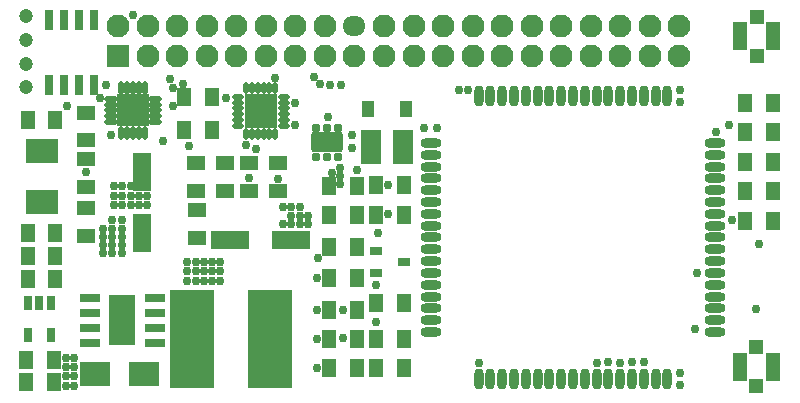
<source format=gts>
G04 Layer_Color=8388736*
%FSLAX43Y43*%
%MOMM*%
G71*
G01*
G75*
%ADD59R,2.803X2.903*%
%ADD60O,1.003X0.453*%
%ADD61O,0.453X1.003*%
%ADD62R,2.703X2.703*%
%ADD63O,1.153X0.503*%
%ADD64O,0.503X1.153*%
%ADD65R,2.203X4.203*%
%ADD66R,1.653X0.803*%
%ADD67R,1.113X1.423*%
%ADD68R,0.803X1.653*%
%ADD69R,2.803X2.103*%
%ADD70R,0.803X1.153*%
%ADD71R,1.253X1.503*%
%ADD72R,1.103X0.803*%
G04:AMPARAMS|DCode=73|XSize=0.703mm|YSize=0.653mm|CornerRadius=0.147mm|HoleSize=0mm|Usage=FLASHONLY|Rotation=270.000|XOffset=0mm|YOffset=0mm|HoleType=Round|Shape=RoundedRectangle|*
%AMROUNDEDRECTD73*
21,1,0.703,0.360,0,0,270.0*
21,1,0.410,0.653,0,0,270.0*
1,1,0.293,-0.180,-0.205*
1,1,0.293,-0.180,0.205*
1,1,0.293,0.180,0.205*
1,1,0.293,0.180,-0.205*
%
%ADD73ROUNDEDRECTD73*%
G04:AMPARAMS|DCode=74|XSize=1.703mm|YSize=2.703mm|CornerRadius=0.252mm|HoleSize=0mm|Usage=FLASHONLY|Rotation=270.000|XOffset=0mm|YOffset=0mm|HoleType=Round|Shape=RoundedRectangle|*
%AMROUNDEDRECTD74*
21,1,1.703,2.200,0,0,270.0*
21,1,1.200,2.703,0,0,270.0*
1,1,0.503,-1.100,-0.600*
1,1,0.503,-1.100,0.600*
1,1,0.503,1.100,0.600*
1,1,0.503,1.100,-0.600*
%
%ADD74ROUNDEDRECTD74*%
%ADD75R,3.803X8.403*%
%ADD76R,2.603X2.003*%
%ADD77R,1.503X1.253*%
%ADD78R,1.653X2.903*%
%ADD79R,3.203X1.503*%
%ADD80R,1.253X2.403*%
%ADD81R,1.203X1.203*%
%ADD82O,0.803X1.803*%
%ADD83O,1.803X0.803*%
%ADD84R,1.503X3.203*%
%ADD85C,1.203*%
%ADD86C,1.953*%
%ADD87O,1.953X1.703*%
%ADD88R,1.953X1.953*%
%ADD89C,0.753*%
D59*
X20800Y24025D02*
D03*
D60*
X18850Y22775D02*
D03*
Y23275D02*
D03*
Y23775D02*
D03*
Y24275D02*
D03*
Y24775D02*
D03*
Y25275D02*
D03*
X22750D02*
D03*
Y24775D02*
D03*
Y24275D02*
D03*
Y23775D02*
D03*
Y23275D02*
D03*
Y22775D02*
D03*
D61*
X19550Y25975D02*
D03*
X20050D02*
D03*
X20550D02*
D03*
X21050D02*
D03*
X21550D02*
D03*
X22050D02*
D03*
Y22075D02*
D03*
X21550D02*
D03*
X21050D02*
D03*
X20550D02*
D03*
X20050D02*
D03*
X19550D02*
D03*
D62*
X10000Y24100D02*
D03*
D63*
X8100Y23100D02*
D03*
Y23600D02*
D03*
Y24100D02*
D03*
Y24600D02*
D03*
Y25100D02*
D03*
X11900D02*
D03*
Y24600D02*
D03*
Y24100D02*
D03*
Y23600D02*
D03*
Y23100D02*
D03*
D64*
X9000Y26000D02*
D03*
X9500D02*
D03*
X10000D02*
D03*
X10500D02*
D03*
X11000D02*
D03*
Y22200D02*
D03*
X10500D02*
D03*
X10000D02*
D03*
X9500D02*
D03*
X9000D02*
D03*
D65*
X9100Y6345D02*
D03*
D66*
X11825Y4440D02*
D03*
Y5710D02*
D03*
Y6980D02*
D03*
Y8250D02*
D03*
X6375Y4440D02*
D03*
Y5710D02*
D03*
Y6980D02*
D03*
Y8250D02*
D03*
D67*
X29862Y24250D02*
D03*
X33138D02*
D03*
D68*
X2845Y26275D02*
D03*
X4115D02*
D03*
X5385D02*
D03*
X6655D02*
D03*
X2845Y31725D02*
D03*
X4115D02*
D03*
X5385D02*
D03*
X6655D02*
D03*
D69*
X2250Y20650D02*
D03*
Y16350D02*
D03*
D70*
X3025Y5075D02*
D03*
X1125D02*
D03*
Y7825D02*
D03*
X2075D02*
D03*
X3025D02*
D03*
D71*
X26576Y7225D02*
D03*
X28925D02*
D03*
X26576Y4725D02*
D03*
X28925D02*
D03*
X32924Y2275D02*
D03*
X30575D02*
D03*
X32924Y4775D02*
D03*
X30575D02*
D03*
X32924Y7775D02*
D03*
X30575D02*
D03*
X26576Y12550D02*
D03*
X28925D02*
D03*
X64174Y24775D02*
D03*
X61825D02*
D03*
X64174Y17275D02*
D03*
X61825D02*
D03*
X26576Y15225D02*
D03*
X28925D02*
D03*
X3424Y9825D02*
D03*
X1075D02*
D03*
X1076Y13750D02*
D03*
X3425D02*
D03*
X3424Y23275D02*
D03*
X1075D02*
D03*
X16699Y25225D02*
D03*
X14350D02*
D03*
X16674Y22475D02*
D03*
X14325D02*
D03*
X61825Y22275D02*
D03*
X64174D02*
D03*
X61825Y19775D02*
D03*
X64174D02*
D03*
X28924Y2275D02*
D03*
X26575D02*
D03*
X64174Y14775D02*
D03*
X61825D02*
D03*
X26576Y17725D02*
D03*
X28925D02*
D03*
X26576Y9925D02*
D03*
X28925D02*
D03*
X32924Y15275D02*
D03*
X30575D02*
D03*
X32924Y17775D02*
D03*
X30575D02*
D03*
X976Y1075D02*
D03*
X3325D02*
D03*
X976Y2975D02*
D03*
X3325D02*
D03*
X3424Y11800D02*
D03*
X1075D02*
D03*
D72*
X32900Y11250D02*
D03*
X30600Y10300D02*
D03*
Y12200D02*
D03*
D73*
X25475Y22625D02*
D03*
X26425D02*
D03*
X27350D02*
D03*
X25475Y20175D02*
D03*
X26425D02*
D03*
X27350D02*
D03*
D74*
X26425Y21400D02*
D03*
D75*
X21575Y4775D02*
D03*
X14975D02*
D03*
D76*
X6800Y1800D02*
D03*
X10900D02*
D03*
D77*
X6025Y21576D02*
D03*
Y23925D02*
D03*
Y17651D02*
D03*
Y20000D02*
D03*
X15375Y13301D02*
D03*
Y15650D02*
D03*
X6025Y15849D02*
D03*
Y13500D02*
D03*
X15350Y17301D02*
D03*
Y19650D02*
D03*
X17800Y19649D02*
D03*
Y17300D02*
D03*
X19800Y17301D02*
D03*
Y19650D02*
D03*
X22300Y17301D02*
D03*
Y19650D02*
D03*
D78*
X32825Y21000D02*
D03*
X30175D02*
D03*
D79*
X23400Y13100D02*
D03*
X18200D02*
D03*
D80*
X61375Y30400D02*
D03*
X64225D02*
D03*
X64200Y2400D02*
D03*
X61350D02*
D03*
D81*
X62800Y32050D02*
D03*
Y28750D02*
D03*
X62775Y750D02*
D03*
Y4050D02*
D03*
D82*
X39250Y25350D02*
D03*
X40250D02*
D03*
X41250D02*
D03*
X42250D02*
D03*
X43250D02*
D03*
X44250D02*
D03*
X45250D02*
D03*
X46250D02*
D03*
X47250D02*
D03*
X48250D02*
D03*
X49250D02*
D03*
X50250D02*
D03*
X51250D02*
D03*
X52250D02*
D03*
X53250D02*
D03*
X54250D02*
D03*
X55250D02*
D03*
Y1350D02*
D03*
X54250D02*
D03*
X53250D02*
D03*
X52250D02*
D03*
X51250D02*
D03*
X50250D02*
D03*
X49250D02*
D03*
X48250D02*
D03*
X47250D02*
D03*
X46250D02*
D03*
X45250D02*
D03*
X44250D02*
D03*
X43250D02*
D03*
X42250D02*
D03*
X41250D02*
D03*
X40250D02*
D03*
X39250D02*
D03*
D83*
X59250Y21350D02*
D03*
Y20350D02*
D03*
Y19350D02*
D03*
Y18350D02*
D03*
Y17350D02*
D03*
Y16350D02*
D03*
Y15350D02*
D03*
Y14350D02*
D03*
Y13350D02*
D03*
Y12350D02*
D03*
Y11350D02*
D03*
Y10350D02*
D03*
Y9350D02*
D03*
Y8350D02*
D03*
Y7350D02*
D03*
Y6350D02*
D03*
Y5350D02*
D03*
X35250D02*
D03*
Y6350D02*
D03*
Y7350D02*
D03*
Y8350D02*
D03*
Y9350D02*
D03*
Y10350D02*
D03*
Y11350D02*
D03*
Y12350D02*
D03*
Y13350D02*
D03*
Y14350D02*
D03*
Y15350D02*
D03*
Y16350D02*
D03*
Y17350D02*
D03*
Y18350D02*
D03*
Y19350D02*
D03*
Y20350D02*
D03*
Y21350D02*
D03*
D84*
X10725Y13725D02*
D03*
Y18925D02*
D03*
D85*
X975Y32075D02*
D03*
Y30075D02*
D03*
Y28075D02*
D03*
Y26075D02*
D03*
D86*
X56250Y31250D02*
D03*
Y28750D02*
D03*
X53750Y31250D02*
D03*
Y28750D02*
D03*
X51250Y31250D02*
D03*
Y28750D02*
D03*
X48750Y31250D02*
D03*
Y28750D02*
D03*
X46250Y31250D02*
D03*
Y28750D02*
D03*
X43750Y31250D02*
D03*
Y28750D02*
D03*
X41250Y31250D02*
D03*
Y28750D02*
D03*
X38750Y31250D02*
D03*
Y28750D02*
D03*
X36250Y31250D02*
D03*
Y28750D02*
D03*
X33750Y31250D02*
D03*
Y28750D02*
D03*
X31250Y31250D02*
D03*
Y28750D02*
D03*
X28750D02*
D03*
X26250Y31250D02*
D03*
Y28750D02*
D03*
X23750Y31250D02*
D03*
Y28750D02*
D03*
X21250Y31250D02*
D03*
Y28750D02*
D03*
X18750Y31250D02*
D03*
Y28750D02*
D03*
X16250Y31250D02*
D03*
Y28750D02*
D03*
X13750Y31250D02*
D03*
Y28750D02*
D03*
X11250Y31250D02*
D03*
Y28750D02*
D03*
X8750Y31250D02*
D03*
D87*
X28750D02*
D03*
D88*
X8750Y28750D02*
D03*
D89*
X12500Y21500D02*
D03*
X9025Y12000D02*
D03*
Y12700D02*
D03*
Y13400D02*
D03*
Y14100D02*
D03*
X8225D02*
D03*
Y13400D02*
D03*
Y12700D02*
D03*
Y12000D02*
D03*
X7425D02*
D03*
Y12700D02*
D03*
Y13400D02*
D03*
Y14100D02*
D03*
X11200Y17700D02*
D03*
Y16900D02*
D03*
X10500Y16100D02*
D03*
X11200D02*
D03*
X9800D02*
D03*
X10500Y16900D02*
D03*
Y17700D02*
D03*
X9800D02*
D03*
X4400Y24475D02*
D03*
X9025Y14800D02*
D03*
X8225D02*
D03*
X17400Y11300D02*
D03*
X16700D02*
D03*
X16000D02*
D03*
X15300D02*
D03*
X14600D02*
D03*
Y10500D02*
D03*
X15300D02*
D03*
X16000D02*
D03*
X16700D02*
D03*
X17400D02*
D03*
Y9700D02*
D03*
X16700D02*
D03*
X16000D02*
D03*
X15300D02*
D03*
X14600D02*
D03*
X10000Y32200D02*
D03*
X13100Y26800D02*
D03*
X9100Y17700D02*
D03*
X8400D02*
D03*
Y16900D02*
D03*
X9100D02*
D03*
X9800D02*
D03*
X9100Y16100D02*
D03*
X8400D02*
D03*
X22700Y14500D02*
D03*
X23400D02*
D03*
X24100D02*
D03*
X24800D02*
D03*
Y15200D02*
D03*
X24100D02*
D03*
X23400D02*
D03*
X22700Y15900D02*
D03*
X23400D02*
D03*
X24100D02*
D03*
X4350Y800D02*
D03*
X26875Y18800D02*
D03*
X27550Y19250D02*
D03*
Y18575D02*
D03*
Y17850D02*
D03*
X5000Y3125D02*
D03*
Y2350D02*
D03*
Y1600D02*
D03*
Y800D02*
D03*
X34600Y22600D02*
D03*
X35700D02*
D03*
X27800Y7200D02*
D03*
Y4800D02*
D03*
X30600Y6200D02*
D03*
X51250Y2750D02*
D03*
X52250Y2775D02*
D03*
X53250D02*
D03*
X50250D02*
D03*
X63025Y12825D02*
D03*
X25600Y2275D02*
D03*
X25601Y4725D02*
D03*
Y7225D02*
D03*
X25601Y9925D02*
D03*
X31600Y15325D02*
D03*
X31625Y17800D02*
D03*
X28925Y19050D02*
D03*
X30600Y9300D02*
D03*
X28500Y22025D02*
D03*
X28525Y20950D02*
D03*
X56300Y25800D02*
D03*
Y24850D02*
D03*
X59375Y22300D02*
D03*
X60500Y22875D02*
D03*
X56325Y1900D02*
D03*
X56300Y900D02*
D03*
X49250Y2750D02*
D03*
X39250D02*
D03*
X22050Y26850D02*
D03*
X17850Y25175D02*
D03*
X6025Y18926D02*
D03*
X8100Y22026D02*
D03*
X25675Y11649D02*
D03*
X4350Y1600D02*
D03*
Y2350D02*
D03*
Y3125D02*
D03*
X22300Y18300D02*
D03*
X27600Y26300D02*
D03*
X26700D02*
D03*
X23675Y24775D02*
D03*
X60675Y14800D02*
D03*
X38400Y25800D02*
D03*
X57575Y5575D02*
D03*
X57775Y10300D02*
D03*
X8775Y7495D02*
D03*
X9425D02*
D03*
X8775Y6720D02*
D03*
Y5970D02*
D03*
Y5170D02*
D03*
X9425D02*
D03*
Y5970D02*
D03*
Y6720D02*
D03*
X7729Y26275D02*
D03*
X26475Y23575D02*
D03*
X25825Y26350D02*
D03*
X25325Y26925D02*
D03*
X13376Y26001D02*
D03*
Y24451D02*
D03*
X19550Y21150D02*
D03*
X19800Y18375D02*
D03*
X20400Y20850D02*
D03*
X14700Y21100D02*
D03*
X62725Y7275D02*
D03*
X30775Y13725D02*
D03*
X7175Y25151D02*
D03*
X14235Y26365D02*
D03*
X37625Y25825D02*
D03*
X23700Y22900D02*
D03*
M02*

</source>
